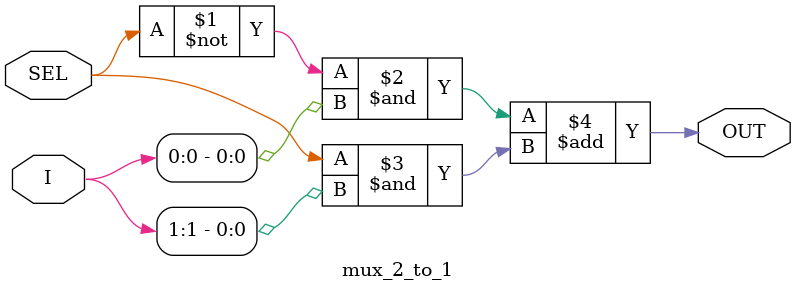
<source format=v>
`timescale 1ns / 1ps


module mux_2_to_1(OUT,I,SEL);
    output OUT;
    input [1:0]I;
    input SEL;
    
    assign OUT = (~SEL & I[0]) + (SEL & I[1]);
endmodule

</source>
